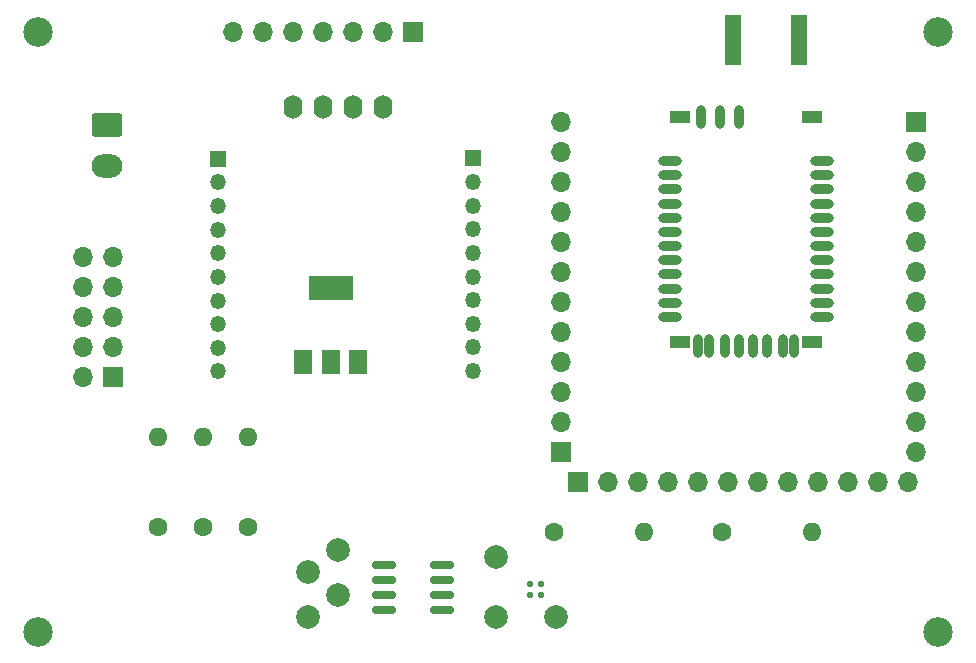
<source format=gbr>
%TF.GenerationSoftware,KiCad,Pcbnew,7.0.9*%
%TF.CreationDate,2025-10-08T14:44:38+03:00*%
%TF.ProjectId,signalgenerator-rounded,7369676e-616c-4676-956e-657261746f72,rev?*%
%TF.SameCoordinates,Original*%
%TF.FileFunction,Soldermask,Bot*%
%TF.FilePolarity,Negative*%
%FSLAX46Y46*%
G04 Gerber Fmt 4.6, Leading zero omitted, Abs format (unit mm)*
G04 Created by KiCad (PCBNEW 7.0.9) date 2025-10-08 14:44:38*
%MOMM*%
%LPD*%
G01*
G04 APERTURE LIST*
G04 Aperture macros list*
%AMRoundRect*
0 Rectangle with rounded corners*
0 $1 Rounding radius*
0 $2 $3 $4 $5 $6 $7 $8 $9 X,Y pos of 4 corners*
0 Add a 4 corners polygon primitive as box body*
4,1,4,$2,$3,$4,$5,$6,$7,$8,$9,$2,$3,0*
0 Add four circle primitives for the rounded corners*
1,1,$1+$1,$2,$3*
1,1,$1+$1,$4,$5*
1,1,$1+$1,$6,$7*
1,1,$1+$1,$8,$9*
0 Add four rect primitives between the rounded corners*
20,1,$1+$1,$2,$3,$4,$5,0*
20,1,$1+$1,$4,$5,$6,$7,0*
20,1,$1+$1,$6,$7,$8,$9,0*
20,1,$1+$1,$8,$9,$2,$3,0*%
G04 Aperture macros list end*
%ADD10C,2.500000*%
%ADD11C,2.000000*%
%ADD12R,1.700000X1.700000*%
%ADD13O,1.700000X1.700000*%
%ADD14R,1.350000X1.350000*%
%ADD15O,1.350000X1.350000*%
%ADD16O,1.600000X2.000000*%
%ADD17R,1.350000X4.200000*%
%ADD18RoundRect,0.250000X-1.050000X0.750000X-1.050000X-0.750000X1.050000X-0.750000X1.050000X0.750000X0*%
%ADD19O,2.600000X2.000000*%
%ADD20C,1.600000*%
%ADD21O,1.600000X1.600000*%
%ADD22RoundRect,0.150000X0.825000X0.150000X-0.825000X0.150000X-0.825000X-0.150000X0.825000X-0.150000X0*%
%ADD23O,2.000000X0.800000*%
%ADD24O,0.800000X2.000000*%
%ADD25R,1.800000X1.000000*%
%ADD26R,1.500000X2.000000*%
%ADD27R,3.800000X2.000000*%
%ADD28RoundRect,0.125000X0.125000X-0.125000X0.125000X0.125000X-0.125000X0.125000X-0.125000X-0.125000X0*%
G04 APERTURE END LIST*
D10*
%TO.C,REF\u002A\u002A*%
X99060000Y-76200000D03*
%TD*%
D11*
%TO.C,OUT*%
X66675000Y-74930000D03*
%TD*%
D12*
%TO.C,J5*%
X54610000Y-25400000D03*
D13*
X52070000Y-25400000D03*
X49530000Y-25400000D03*
X46990000Y-25400000D03*
X44450000Y-25400000D03*
X41910000Y-25400000D03*
X39370000Y-25400000D03*
%TD*%
D14*
%TO.C,J2*%
X59690000Y-36070000D03*
D15*
X59690000Y-38070000D03*
X59690000Y-40070000D03*
X59690000Y-42070000D03*
X59690000Y-44070000D03*
X59690000Y-46070000D03*
X59690000Y-48070000D03*
X59690000Y-50070000D03*
X59690000Y-52070000D03*
X59690000Y-54070000D03*
%TD*%
D16*
%TO.C,Brd1*%
X44450000Y-31750000D03*
X46990000Y-31750000D03*
X49530000Y-31750000D03*
X52070000Y-31750000D03*
%TD*%
D10*
%TO.C,REF\u002A\u002A*%
X99060000Y-25400000D03*
%TD*%
%TO.C,REF\u002A\u002A*%
X22860000Y-76200000D03*
%TD*%
D17*
%TO.C,J6*%
X87311000Y-26035000D03*
X81661000Y-26035000D03*
%TD*%
D12*
%TO.C,J3*%
X29210000Y-54610000D03*
D13*
X26670000Y-54610000D03*
X29210000Y-52070000D03*
X26670000Y-52070000D03*
X29210000Y-49530000D03*
X26670000Y-49530000D03*
X29210000Y-46990000D03*
X26670000Y-46990000D03*
X29210000Y-44450000D03*
X26670000Y-44450000D03*
%TD*%
D12*
%TO.C,J7*%
X97200500Y-33020000D03*
D13*
X97200500Y-35560000D03*
X97200500Y-38100000D03*
X97200500Y-40640000D03*
X97200500Y-43180000D03*
X97200500Y-45720000D03*
X97200500Y-48260000D03*
X97200500Y-50800000D03*
X97200500Y-53340000D03*
X97200500Y-55880000D03*
X97200500Y-58420000D03*
X97200500Y-60960000D03*
%TD*%
D18*
%TO.C,J4*%
X28727400Y-33248600D03*
D19*
X28727400Y-36748600D03*
%TD*%
D14*
%TO.C,J1*%
X38100000Y-36100000D03*
D15*
X38100000Y-38100000D03*
X38100000Y-40100000D03*
X38100000Y-42100000D03*
X38100000Y-44100000D03*
X38100000Y-46100000D03*
X38100000Y-48100000D03*
X38100000Y-50100000D03*
X38100000Y-52100000D03*
X38100000Y-54100000D03*
%TD*%
D12*
%TO.C,J9*%
X67121500Y-60960000D03*
D13*
X67121500Y-58420000D03*
X67121500Y-55880000D03*
X67121500Y-53340000D03*
X67121500Y-50800000D03*
X67121500Y-48260000D03*
X67121500Y-45720000D03*
X67121500Y-43180000D03*
X67121500Y-40640000D03*
X67121500Y-38100000D03*
X67121500Y-35560000D03*
X67121500Y-33020000D03*
%TD*%
D10*
%TO.C,REF\u002A\u002A*%
X22860000Y-25400000D03*
%TD*%
D12*
%TO.C,J8*%
X68580000Y-63500000D03*
D13*
X71120000Y-63500000D03*
X73660000Y-63500000D03*
X76200000Y-63500000D03*
X78740000Y-63500000D03*
X81280000Y-63500000D03*
X83820000Y-63500000D03*
X86360000Y-63500000D03*
X88900000Y-63500000D03*
X91440000Y-63500000D03*
X93980000Y-63500000D03*
X96520000Y-63500000D03*
%TD*%
D20*
%TO.C,R1*%
X33020000Y-67310000D03*
D21*
X33020000Y-59690000D03*
%TD*%
D11*
%TO.C,8*%
X48260000Y-69215000D03*
%TD*%
D20*
%TO.C,R4*%
X36830000Y-67310000D03*
D21*
X36830000Y-59690000D03*
%TD*%
D20*
%TO.C,R3*%
X40640000Y-67310000D03*
D21*
X40640000Y-59690000D03*
%TD*%
D22*
%TO.C,U4*%
X57085000Y-70485000D03*
X57085000Y-71755000D03*
X57085000Y-73025000D03*
X57085000Y-74295000D03*
X52135000Y-74295000D03*
X52135000Y-73025000D03*
X52135000Y-71755000D03*
X52135000Y-70485000D03*
%TD*%
D20*
%TO.C,R2*%
X66548000Y-67691000D03*
D21*
X74168000Y-67691000D03*
%TD*%
D23*
%TO.C,U3*%
X89204000Y-36291000D03*
X89204000Y-37491000D03*
X89204000Y-38691000D03*
X89204000Y-39891000D03*
X89204000Y-41091000D03*
X89204000Y-42291000D03*
X89204000Y-43491000D03*
X89204000Y-44691000D03*
X89204000Y-45891000D03*
X89204000Y-47091000D03*
X89204000Y-48291000D03*
X89204000Y-49491000D03*
X76404000Y-49491000D03*
X76404000Y-48291000D03*
X76404000Y-47091000D03*
X76404000Y-45891000D03*
X76404000Y-44691000D03*
X76404000Y-43491000D03*
X76404000Y-42291000D03*
X76404000Y-41091000D03*
X76404000Y-39891000D03*
X76404000Y-38691000D03*
X76404000Y-37491000D03*
X76404000Y-36291000D03*
D24*
X79004000Y-32591000D03*
X80604000Y-32591000D03*
X82204000Y-32591000D03*
X79704000Y-51991000D03*
X85904000Y-51991000D03*
X78704000Y-51991000D03*
X81004000Y-51991000D03*
X82204000Y-51991000D03*
X83404000Y-51991000D03*
X84604000Y-51991000D03*
X86904000Y-51991000D03*
D25*
X88404000Y-51591000D03*
X88404000Y-32591000D03*
X77204000Y-51591000D03*
X77204000Y-32591000D03*
%TD*%
D11*
%TO.C,5*%
X45720000Y-74930000D03*
%TD*%
D20*
%TO.C,R5*%
X80772000Y-67691000D03*
D21*
X88392000Y-67691000D03*
%TD*%
D11*
%TO.C,1*%
X61595000Y-69850000D03*
%TD*%
%TO.C,7*%
X45720000Y-71120000D03*
%TD*%
%TO.C,3*%
X61595000Y-74930000D03*
%TD*%
D26*
%TO.C,U2*%
X49925000Y-53315000D03*
X47625000Y-53315000D03*
D27*
X47625000Y-47015000D03*
D26*
X45325000Y-53315000D03*
%TD*%
D11*
%TO.C,6*%
X48260000Y-73025000D03*
%TD*%
D28*
%TO.C,D1*%
X65405000Y-73025000D03*
X64505000Y-73025000D03*
X64505000Y-72125000D03*
X65405000Y-72125000D03*
%TD*%
M02*

</source>
